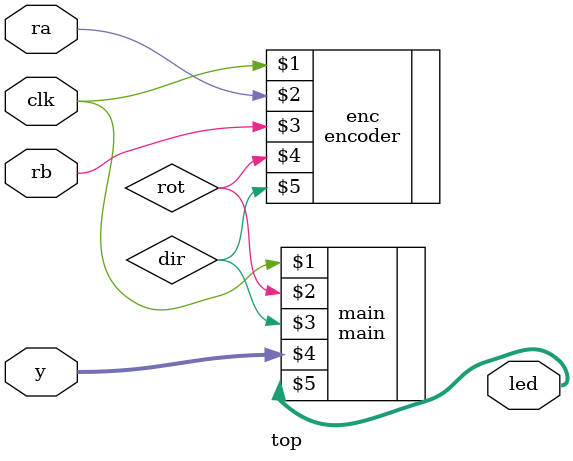
<source format=v>
`timescale 1ns / 1ps
module top(clk,ra,rb,y,led);
input clk,ra,rb;
input [3:0]y;

output wire [7:0]led;
wire rot,dir;

encoder enc(clk,ra,rb,rot,dir);
main main (clk,rot,dir,y,led);

endmodule

</source>
